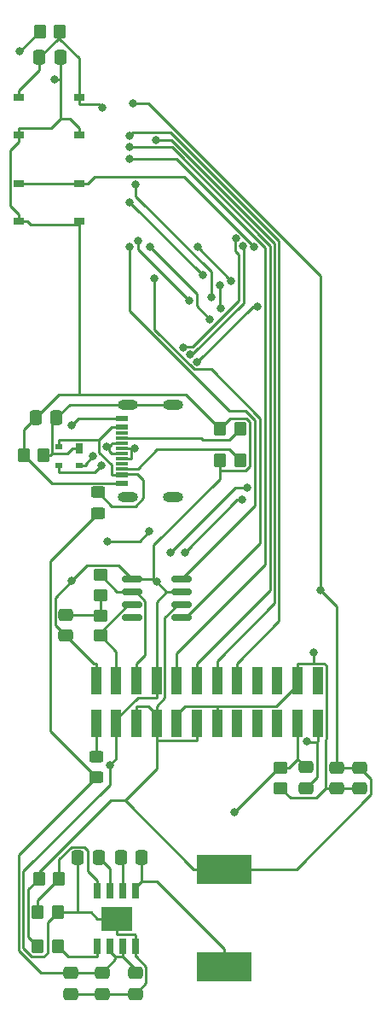
<source format=gbl>
G04 #@! TF.GenerationSoftware,KiCad,Pcbnew,7.0.10*
G04 #@! TF.CreationDate,2024-02-24T15:32:32-05:00*
G04 #@! TF.ProjectId,Bird3Controller,42697264-3343-46f6-9e74-726f6c6c6572,rev?*
G04 #@! TF.SameCoordinates,Original*
G04 #@! TF.FileFunction,Copper,L2,Bot*
G04 #@! TF.FilePolarity,Positive*
%FSLAX46Y46*%
G04 Gerber Fmt 4.6, Leading zero omitted, Abs format (unit mm)*
G04 Created by KiCad (PCBNEW 7.0.10) date 2024-02-24 15:32:32*
%MOMM*%
%LPD*%
G01*
G04 APERTURE LIST*
G04 Aperture macros list*
%AMRoundRect*
0 Rectangle with rounded corners*
0 $1 Rounding radius*
0 $2 $3 $4 $5 $6 $7 $8 $9 X,Y pos of 4 corners*
0 Add a 4 corners polygon primitive as box body*
4,1,4,$2,$3,$4,$5,$6,$7,$8,$9,$2,$3,0*
0 Add four circle primitives for the rounded corners*
1,1,$1+$1,$2,$3*
1,1,$1+$1,$4,$5*
1,1,$1+$1,$6,$7*
1,1,$1+$1,$8,$9*
0 Add four rect primitives between the rounded corners*
20,1,$1+$1,$2,$3,$4,$5,0*
20,1,$1+$1,$4,$5,$6,$7,0*
20,1,$1+$1,$6,$7,$8,$9,0*
20,1,$1+$1,$8,$9,$2,$3,0*%
G04 Aperture macros list end*
G04 #@! TA.AperFunction,SMDPad,CuDef*
%ADD10R,1.000000X0.700000*%
G04 #@! TD*
G04 #@! TA.AperFunction,SMDPad,CuDef*
%ADD11R,0.650000X1.525000*%
G04 #@! TD*
G04 #@! TA.AperFunction,SMDPad,CuDef*
%ADD12R,3.100000X2.400000*%
G04 #@! TD*
G04 #@! TA.AperFunction,SMDPad,CuDef*
%ADD13R,5.400000X2.900000*%
G04 #@! TD*
G04 #@! TA.AperFunction,SMDPad,CuDef*
%ADD14RoundRect,0.250000X0.350000X0.450000X-0.350000X0.450000X-0.350000X-0.450000X0.350000X-0.450000X0*%
G04 #@! TD*
G04 #@! TA.AperFunction,SMDPad,CuDef*
%ADD15RoundRect,0.250000X-0.450000X0.350000X-0.450000X-0.350000X0.450000X-0.350000X0.450000X0.350000X0*%
G04 #@! TD*
G04 #@! TA.AperFunction,SMDPad,CuDef*
%ADD16RoundRect,0.250000X0.450000X-0.325000X0.450000X0.325000X-0.450000X0.325000X-0.450000X-0.325000X0*%
G04 #@! TD*
G04 #@! TA.AperFunction,SMDPad,CuDef*
%ADD17RoundRect,0.250000X0.475000X-0.337500X0.475000X0.337500X-0.475000X0.337500X-0.475000X-0.337500X0*%
G04 #@! TD*
G04 #@! TA.AperFunction,SMDPad,CuDef*
%ADD18RoundRect,0.250000X-0.475000X0.337500X-0.475000X-0.337500X0.475000X-0.337500X0.475000X0.337500X0*%
G04 #@! TD*
G04 #@! TA.AperFunction,SMDPad,CuDef*
%ADD19RoundRect,0.250000X-0.337500X-0.475000X0.337500X-0.475000X0.337500X0.475000X-0.337500X0.475000X0*%
G04 #@! TD*
G04 #@! TA.AperFunction,SMDPad,CuDef*
%ADD20RoundRect,0.250000X0.337500X0.475000X-0.337500X0.475000X-0.337500X-0.475000X0.337500X-0.475000X0*%
G04 #@! TD*
G04 #@! TA.AperFunction,SMDPad,CuDef*
%ADD21RoundRect,0.150000X0.825000X0.150000X-0.825000X0.150000X-0.825000X-0.150000X0.825000X-0.150000X0*%
G04 #@! TD*
G04 #@! TA.AperFunction,SMDPad,CuDef*
%ADD22R,0.700000X1.000000*%
G04 #@! TD*
G04 #@! TA.AperFunction,SMDPad,CuDef*
%ADD23R,0.700000X0.600000*%
G04 #@! TD*
G04 #@! TA.AperFunction,SMDPad,CuDef*
%ADD24R,1.300000X0.590000*%
G04 #@! TD*
G04 #@! TA.AperFunction,SMDPad,CuDef*
%ADD25R,1.300000X0.298000*%
G04 #@! TD*
G04 #@! TA.AperFunction,ComponentPad*
%ADD26O,2.000000X1.000000*%
G04 #@! TD*
G04 #@! TA.AperFunction,SMDPad,CuDef*
%ADD27R,0.990600X2.743200*%
G04 #@! TD*
G04 #@! TA.AperFunction,ViaPad*
%ADD28C,0.800000*%
G04 #@! TD*
G04 #@! TA.AperFunction,Conductor*
%ADD29C,0.250000*%
G04 #@! TD*
G04 APERTURE END LIST*
D10*
X163800000Y-70200000D03*
X169800000Y-70200000D03*
X163800000Y-66500000D03*
X169800000Y-66500000D03*
D11*
X175410000Y-142062000D03*
X174140000Y-142062000D03*
X172870000Y-142062000D03*
X171600000Y-142062000D03*
X171600000Y-136638000D03*
X172870000Y-136638000D03*
X174140000Y-136638000D03*
X175410000Y-136638000D03*
D12*
X173505000Y-139350000D03*
D13*
X184200000Y-144150000D03*
X184200000Y-134450000D03*
D14*
X167700000Y-138700000D03*
X165700000Y-138700000D03*
X167800000Y-135400000D03*
X165800000Y-135400000D03*
X167700000Y-142100000D03*
X165700000Y-142100000D03*
D15*
X171900000Y-109300000D03*
X171900000Y-111300000D03*
X171900000Y-105300000D03*
X171900000Y-107300000D03*
D14*
X166300000Y-93400000D03*
X164300000Y-93400000D03*
X185800000Y-90800000D03*
X183800000Y-90800000D03*
X185800000Y-93900000D03*
X183800000Y-93900000D03*
X167900000Y-51400000D03*
X165900000Y-51400000D03*
D16*
X171700000Y-99150000D03*
X171700000Y-97100000D03*
X171500000Y-125325000D03*
X171500000Y-123275000D03*
D17*
X192337500Y-126437500D03*
X192337500Y-124362500D03*
D18*
X195400000Y-124400000D03*
X195400000Y-126475000D03*
D19*
X173962500Y-133300000D03*
X176037500Y-133300000D03*
D18*
X197700000Y-124400000D03*
X197700000Y-126475000D03*
D20*
X171737500Y-133300000D03*
X169662500Y-133300000D03*
D18*
X169000000Y-144725000D03*
X169000000Y-146800000D03*
X175400000Y-144725000D03*
X175400000Y-146800000D03*
X172100000Y-144725000D03*
X172100000Y-146800000D03*
X168500000Y-109225000D03*
X168500000Y-111300000D03*
D20*
X167537500Y-89700000D03*
X165462500Y-89700000D03*
X167937500Y-54000000D03*
X165862500Y-54000000D03*
D15*
X189800000Y-124400000D03*
X189800000Y-126400000D03*
D10*
X163800000Y-61650000D03*
X169800000Y-61650000D03*
X163800000Y-57950000D03*
X169800000Y-57950000D03*
D21*
X180000000Y-105690000D03*
X180000000Y-106960000D03*
X180000000Y-108230000D03*
X180000000Y-109500000D03*
X175050000Y-109500000D03*
X175050000Y-108230000D03*
X175050000Y-106960000D03*
X175050000Y-105690000D03*
D22*
X169800000Y-92750000D03*
D23*
X169800000Y-94450000D03*
X167800000Y-94450000D03*
X167800000Y-92550000D03*
D24*
X174045000Y-89790000D03*
X174045000Y-90590000D03*
D25*
X174045000Y-91740000D03*
X174045000Y-92740000D03*
X174045000Y-93240000D03*
X174045000Y-94240000D03*
D24*
X174045000Y-96190000D03*
X174045000Y-95390000D03*
D25*
X174045000Y-94740000D03*
X174045000Y-93740000D03*
X174045000Y-92240000D03*
X174045000Y-91240000D03*
D26*
X179105000Y-88380000D03*
X179105000Y-97600000D03*
X174605000Y-88380000D03*
X174605000Y-97600000D03*
D27*
X171499999Y-115739999D03*
X171499999Y-120000001D03*
X173500000Y-115739999D03*
X173500000Y-120000001D03*
X175499999Y-115739999D03*
X175499999Y-120000001D03*
X177500000Y-115739999D03*
X177500000Y-120000001D03*
X179499998Y-115739999D03*
X179499998Y-120000001D03*
X181499999Y-115739999D03*
X181499999Y-120000001D03*
X183500001Y-115739999D03*
X183500001Y-120000001D03*
X185499999Y-115739999D03*
X185499999Y-120000001D03*
X187500000Y-115739999D03*
X187500000Y-120000001D03*
X189499999Y-115739999D03*
X189499999Y-120000001D03*
X191500000Y-115739999D03*
X191500000Y-120000001D03*
X193499998Y-115739999D03*
X193499998Y-120000001D03*
D28*
X187195400Y-72738800D03*
X177273200Y-75906400D03*
X174824700Y-72782900D03*
X172077500Y-58920000D03*
X181565000Y-72785900D03*
X184892700Y-76113600D03*
X183751700Y-76559600D03*
X183863500Y-78861800D03*
X175428400Y-66563500D03*
X182912700Y-77794200D03*
X176846900Y-72749400D03*
X182803400Y-79925100D03*
X174811300Y-68322000D03*
X182076500Y-75587200D03*
X175646700Y-72161800D03*
X180772700Y-78116500D03*
X186001700Y-97828000D03*
X180300300Y-103031900D03*
X187550400Y-78655200D03*
X181525800Y-84180600D03*
X186082700Y-72662400D03*
X180858100Y-83431300D03*
X185374200Y-71953900D03*
X180131200Y-82741200D03*
X186505000Y-96616100D03*
X178879600Y-103044400D03*
X192464000Y-121767800D03*
X174823700Y-61756800D03*
X177479600Y-62140600D03*
X174823000Y-62891600D03*
X174827800Y-64026400D03*
X172601900Y-101976800D03*
X176798500Y-100982400D03*
X185219400Y-128846300D03*
X163892400Y-53407600D03*
X193750000Y-106775000D03*
X175153800Y-58548400D03*
X169091500Y-90424400D03*
X169091500Y-105869300D03*
X177506300Y-105975200D03*
X193094900Y-112962800D03*
X172837500Y-124157400D03*
X167361400Y-56162500D03*
X172043300Y-94393600D03*
X175296900Y-92764400D03*
X172551800Y-92555700D03*
X171185700Y-93540700D03*
D29*
X169800000Y-66500000D02*
X163800000Y-66500000D01*
X169800000Y-66500000D02*
X170626900Y-66500000D01*
X180275500Y-65818900D02*
X187195400Y-72738800D01*
X171308000Y-65818900D02*
X180275500Y-65818900D01*
X170626900Y-66500000D02*
X171308000Y-65818900D01*
X171900000Y-109225000D02*
X168500000Y-109225000D01*
X171900000Y-107300000D02*
X171900000Y-109225000D01*
X171900000Y-109225000D02*
X171900000Y-109300000D01*
X181965300Y-91740000D02*
X174045000Y-91740000D01*
X182088300Y-91863000D02*
X181965300Y-91740000D01*
X184737000Y-91863000D02*
X182088300Y-91863000D01*
X185800000Y-90800000D02*
X184737000Y-91863000D01*
X184200000Y-144150000D02*
X184200000Y-142373100D01*
X176037500Y-133300000D02*
X176037500Y-135656500D01*
X175410000Y-136284000D02*
X176037500Y-135656500D01*
X175410000Y-136638000D02*
X175410000Y-136284000D01*
X177483400Y-135656500D02*
X184200000Y-142373100D01*
X176037500Y-135656500D02*
X177483400Y-135656500D01*
X174140000Y-133477500D02*
X174140000Y-136638000D01*
X173962500Y-133300000D02*
X174140000Y-133477500D01*
X172870000Y-134432500D02*
X172870000Y-136638000D01*
X171737500Y-133300000D02*
X172870000Y-134432500D01*
X171600000Y-136638000D02*
X171600000Y-135548600D01*
X167800000Y-133483700D02*
X167800000Y-135400000D01*
X169041200Y-132242500D02*
X167800000Y-133483700D01*
X170291500Y-132242500D02*
X169041200Y-132242500D01*
X170700000Y-132651000D02*
X170291500Y-132242500D01*
X170700000Y-134648600D02*
X170700000Y-132651000D01*
X171600000Y-135548600D02*
X170700000Y-134648600D01*
X165700000Y-137500000D02*
X165700000Y-138700000D01*
X167800000Y-135400000D02*
X165700000Y-137500000D01*
X171600000Y-142062000D02*
X171600000Y-143151400D01*
X168751400Y-143151400D02*
X167700000Y-142100000D01*
X171600000Y-143151400D02*
X168751400Y-143151400D01*
X172870000Y-142062000D02*
X172870000Y-142606700D01*
X174140000Y-142062000D02*
X174140000Y-143151400D01*
X169000000Y-144725000D02*
X172100000Y-144725000D01*
X173414700Y-143410300D02*
X173414700Y-143151400D01*
X172100000Y-144725000D02*
X173414700Y-143410300D01*
X172870000Y-142606700D02*
X173414700Y-143151400D01*
X173414700Y-143151400D02*
X174140000Y-143151400D01*
X175400000Y-144411400D02*
X174140000Y-143151400D01*
X175400000Y-144725000D02*
X175400000Y-144411400D01*
X166971100Y-120796100D02*
X171500000Y-125325000D01*
X166971100Y-103878900D02*
X166971100Y-120796100D01*
X171700000Y-99150000D02*
X166971100Y-103878900D01*
X166048700Y-144725000D02*
X169000000Y-144725000D01*
X163820300Y-142496600D02*
X166048700Y-144725000D01*
X163820300Y-133004700D02*
X163820300Y-142496600D01*
X171500000Y-125325000D02*
X163820300Y-133004700D01*
X180397500Y-109500000D02*
X180000000Y-109500000D01*
X187775100Y-102122400D02*
X180397500Y-109500000D01*
X187775100Y-89773000D02*
X187775100Y-102122400D01*
X182909600Y-84907500D02*
X187775100Y-89773000D01*
X181224800Y-84907500D02*
X182909600Y-84907500D01*
X177273200Y-80955900D02*
X181224800Y-84907500D01*
X177273200Y-75906400D02*
X177273200Y-80955900D01*
X187275000Y-98415000D02*
X180000000Y-105690000D01*
X187275000Y-89962900D02*
X187275000Y-98415000D01*
X186343000Y-89030900D02*
X187275000Y-89962900D01*
X184709100Y-89030900D02*
X186343000Y-89030900D01*
X174824700Y-79146500D02*
X184709100Y-89030900D01*
X174824700Y-72782900D02*
X174824700Y-79146500D01*
X171784400Y-58626900D02*
X172077500Y-58920000D01*
X169800000Y-58626900D02*
X171784400Y-58626900D01*
X169800000Y-57950000D02*
X169800000Y-58626900D01*
X167900000Y-51400000D02*
X167900000Y-52164100D01*
X169800000Y-54064100D02*
X167900000Y-52164100D01*
X169800000Y-57950000D02*
X169800000Y-54064100D01*
X163800000Y-57950000D02*
X163800000Y-57273100D01*
X167698400Y-52164100D02*
X165862500Y-54000000D01*
X167900000Y-52164100D02*
X167698400Y-52164100D01*
X165862500Y-55210600D02*
X163800000Y-57273100D01*
X165862500Y-54000000D02*
X165862500Y-55210600D01*
X175633600Y-94740000D02*
X174045000Y-94740000D01*
X177548400Y-92825200D02*
X175633600Y-94740000D01*
X184725200Y-92825200D02*
X177548400Y-92825200D01*
X185800000Y-93900000D02*
X184725200Y-92825200D01*
X184892700Y-76113600D02*
X181565000Y-72785900D01*
X183751700Y-78750000D02*
X183863500Y-78861800D01*
X183751700Y-76559600D02*
X183751700Y-78750000D01*
X182912700Y-75211100D02*
X182912700Y-77794200D01*
X175428400Y-67726800D02*
X182912700Y-75211100D01*
X175428400Y-66563500D02*
X175428400Y-67726800D01*
X181499600Y-78621300D02*
X182803400Y-79925100D01*
X181499600Y-77402100D02*
X181499600Y-78621300D01*
X176846900Y-72749400D02*
X181499600Y-77402100D01*
X174811300Y-68322000D02*
X182076500Y-75587200D01*
X175646700Y-72990500D02*
X180772700Y-78116500D01*
X175646700Y-72161800D02*
X175646700Y-72990500D01*
X185504200Y-97828000D02*
X186001700Y-97828000D01*
X180300300Y-103031900D02*
X185504200Y-97828000D01*
X187051200Y-78655200D02*
X181525800Y-84180600D01*
X187550400Y-78655200D02*
X187051200Y-78655200D01*
X181019000Y-83431300D02*
X180858100Y-83431300D01*
X186126300Y-78324000D02*
X181019000Y-83431300D01*
X186126300Y-72706000D02*
X186126300Y-78324000D01*
X186082700Y-72662400D02*
X186126300Y-72706000D01*
X180168000Y-82704400D02*
X180131200Y-82741200D01*
X181064100Y-82704400D02*
X180168000Y-82704400D01*
X185661300Y-78107200D02*
X181064100Y-82704400D01*
X185661300Y-73507100D02*
X185661300Y-78107200D01*
X185305400Y-73151200D02*
X185661300Y-73507100D01*
X185305400Y-72022700D02*
X185305400Y-73151200D01*
X185374200Y-71953900D02*
X185305400Y-72022700D01*
X185307900Y-96616100D02*
X178879600Y-103044400D01*
X186505000Y-96616100D02*
X185307900Y-96616100D01*
X193439600Y-125335400D02*
X192337500Y-126437500D01*
X193439600Y-121836900D02*
X193439600Y-125335400D01*
X193500000Y-121776500D02*
X193439600Y-121836900D01*
X193500000Y-120000000D02*
X193500000Y-121776500D01*
X192533100Y-121836900D02*
X192464000Y-121767800D01*
X193439600Y-121836900D02*
X192533100Y-121836900D01*
X185500000Y-115740000D02*
X185500000Y-114041500D01*
X175189900Y-61390600D02*
X174823700Y-61756800D01*
X178863900Y-61390600D02*
X175189900Y-61390600D01*
X189673600Y-72200300D02*
X178863900Y-61390600D01*
X189673600Y-109867900D02*
X189673600Y-72200300D01*
X185500000Y-114041500D02*
X189673600Y-109867900D01*
X178973500Y-62140600D02*
X177479600Y-62140600D01*
X189217100Y-72384200D02*
X178973500Y-62140600D01*
X189217100Y-108073900D02*
X189217100Y-72384200D01*
X183500000Y-113791000D02*
X189217100Y-108073900D01*
X183500000Y-115740000D02*
X183500000Y-113791000D01*
X179016900Y-62891600D02*
X174823000Y-62891600D01*
X188760700Y-72635400D02*
X179016900Y-62891600D01*
X188760700Y-106780800D02*
X188760700Y-72635400D01*
X181500000Y-114041500D02*
X188760700Y-106780800D01*
X181500000Y-115740000D02*
X181500000Y-114041500D01*
X179500000Y-113096600D02*
X179500000Y-115740000D01*
X188304200Y-104292400D02*
X179500000Y-113096600D01*
X188304200Y-72818000D02*
X188304200Y-104292400D01*
X179512600Y-64026400D02*
X188304200Y-72818000D01*
X174827800Y-64026400D02*
X179512600Y-64026400D01*
X175500000Y-115740000D02*
X175500000Y-114041500D01*
X175457600Y-106960000D02*
X175050000Y-106960000D01*
X176352500Y-107854900D02*
X175457600Y-106960000D01*
X176352500Y-113189000D02*
X176352500Y-107854900D01*
X175500000Y-114041500D02*
X176352500Y-113189000D01*
X173560000Y-106960000D02*
X171900000Y-105300000D01*
X175050000Y-106960000D02*
X173560000Y-106960000D01*
X173500000Y-112900000D02*
X171900000Y-111300000D01*
X173500000Y-115740000D02*
X173500000Y-112900000D01*
X171900000Y-110996300D02*
X171900000Y-111300000D01*
X174666300Y-108230000D02*
X171900000Y-110996300D01*
X175050000Y-108230000D02*
X174666300Y-108230000D01*
X171500000Y-120000000D02*
X171500000Y-123275000D01*
X175804100Y-101976800D02*
X172601900Y-101976800D01*
X176798500Y-100982400D02*
X175804100Y-101976800D01*
X191500000Y-120000000D02*
X191500000Y-123525000D01*
X191500000Y-123525000D02*
X192337500Y-124362500D01*
X190625000Y-124400000D02*
X189800000Y-124400000D01*
X191500000Y-123525000D02*
X190625000Y-124400000D01*
X189665700Y-124400000D02*
X185219400Y-128846300D01*
X189800000Y-124400000D02*
X189665700Y-124400000D01*
X177500000Y-120000000D02*
X177500000Y-119150700D01*
X177500000Y-119150700D02*
X177500000Y-118301500D01*
X176650800Y-118301500D02*
X175500000Y-118301500D01*
X177500000Y-119150700D02*
X176650800Y-118301500D01*
X175500000Y-120000000D02*
X175500000Y-118301500D01*
X178322200Y-117479300D02*
X177500000Y-118301500D01*
X178322200Y-109521500D02*
X178322200Y-117479300D01*
X179613700Y-108230000D02*
X178322200Y-109521500D01*
X180000000Y-108230000D02*
X179613700Y-108230000D01*
X191379400Y-134450000D02*
X184200000Y-134450000D01*
X198795300Y-127034100D02*
X191379400Y-134450000D01*
X198795300Y-125495300D02*
X198795300Y-127034100D01*
X197700000Y-124400000D02*
X198795300Y-125495300D01*
X184200000Y-134450000D02*
X181173100Y-134450000D01*
X195400000Y-124400000D02*
X197700000Y-124400000D01*
X163892400Y-53407600D02*
X165900000Y-51400000D01*
X164748100Y-141148100D02*
X165700000Y-142100000D01*
X164748100Y-136451900D02*
X164748100Y-141148100D01*
X165800000Y-135400000D02*
X164748100Y-136451900D01*
X181500000Y-120000000D02*
X181500000Y-121698500D01*
X177500000Y-120000000D02*
X177500000Y-121698500D01*
X172940400Y-127628600D02*
X174351700Y-127628600D01*
X165800000Y-134769000D02*
X172940400Y-127628600D01*
X165800000Y-135400000D02*
X165800000Y-134769000D01*
X174351700Y-127628600D02*
X181173100Y-134450000D01*
X181500000Y-121698500D02*
X177500000Y-121698500D01*
X177500000Y-124480300D02*
X174351700Y-127628600D01*
X177500000Y-121698500D02*
X177500000Y-124480300D01*
X195400000Y-108425000D02*
X193750000Y-106775000D01*
X195400000Y-124400000D02*
X195400000Y-108425000D01*
X176695700Y-58548400D02*
X175153800Y-58548400D01*
X193750000Y-75602700D02*
X176695700Y-58548400D01*
X193750000Y-106775000D02*
X193750000Y-75602700D01*
X183500000Y-118303000D02*
X183500000Y-118301500D01*
X183500000Y-118414900D02*
X183500000Y-118303000D01*
X179500000Y-120000000D02*
X179500000Y-119150700D01*
X177500000Y-117437000D02*
X177500000Y-117438500D01*
X177500000Y-117325100D02*
X177500000Y-117437000D01*
X169800000Y-61650000D02*
X169800000Y-60973100D01*
X172100000Y-146800000D02*
X169000000Y-146800000D01*
X172100000Y-146800000D02*
X175400000Y-146800000D01*
X175491500Y-143151400D02*
X175410000Y-143151400D01*
X176457700Y-144117600D02*
X175491500Y-143151400D01*
X176457700Y-145742300D02*
X176457700Y-144117600D01*
X175400000Y-146800000D02*
X176457700Y-145742300D01*
X175410000Y-142062000D02*
X175410000Y-143151400D01*
X197700000Y-126475000D02*
X195400000Y-126475000D01*
X163800000Y-70200000D02*
X163800000Y-69523100D01*
X163800000Y-61650000D02*
X163800000Y-62326900D01*
X163800000Y-61650000D02*
X163800000Y-60973100D01*
X183500000Y-119207400D02*
X183500000Y-118414900D01*
X162973100Y-63153800D02*
X163800000Y-62326900D01*
X162973100Y-68696200D02*
X162973100Y-63153800D01*
X163800000Y-69523100D02*
X162973100Y-68696200D01*
X183500000Y-119207400D02*
X183500000Y-120000000D01*
X177500000Y-116475800D02*
X177500000Y-117325100D01*
X180349200Y-118301500D02*
X179500000Y-119150700D01*
X183500000Y-118301500D02*
X180349200Y-118301500D01*
X174045000Y-89790000D02*
X173068100Y-89790000D01*
X169800000Y-70200000D02*
X169800000Y-70538400D01*
X169800000Y-70538400D02*
X169800000Y-70876900D01*
X164965300Y-70538400D02*
X164626900Y-70200000D01*
X169800000Y-70538400D02*
X164965300Y-70538400D01*
X163800000Y-70200000D02*
X164626900Y-70200000D01*
X169800000Y-70876900D02*
X169800000Y-87414100D01*
X191500000Y-116151200D02*
X191500000Y-115740000D01*
X189349700Y-118301500D02*
X191500000Y-116151200D01*
X183500000Y-118301500D02*
X189349700Y-118301500D01*
X191500000Y-115740000D02*
X191500000Y-114041500D01*
X193392200Y-127403500D02*
X194320700Y-126475000D01*
X190803500Y-127403500D02*
X193392200Y-127403500D01*
X189800000Y-126400000D02*
X190803500Y-127403500D01*
X194320700Y-126475000D02*
X195400000Y-126475000D01*
X171241500Y-114041500D02*
X168500000Y-111300000D01*
X171500000Y-114041500D02*
X171241500Y-114041500D01*
X171500000Y-115740000D02*
X171500000Y-114041500D01*
X167426100Y-107534700D02*
X169091500Y-105869300D01*
X167426100Y-110226100D02*
X167426100Y-107534700D01*
X168500000Y-111300000D02*
X167426100Y-110226100D01*
X167748400Y-87414100D02*
X165462500Y-89700000D01*
X169800000Y-87414100D02*
X167748400Y-87414100D01*
X164300000Y-90862500D02*
X164300000Y-93400000D01*
X165462500Y-89700000D02*
X164300000Y-90862500D01*
X167090000Y-96190000D02*
X164300000Y-93400000D01*
X174045000Y-96190000D02*
X167090000Y-96190000D01*
X170601900Y-104358900D02*
X169091500Y-105869300D01*
X173718900Y-104358900D02*
X170601900Y-104358900D01*
X175050000Y-105690000D02*
X173718900Y-104358900D01*
X173500000Y-119588800D02*
X173500000Y-120000000D01*
X175650300Y-117438500D02*
X173500000Y-119588800D01*
X177500000Y-117438500D02*
X175650300Y-117438500D01*
X173500000Y-120000000D02*
X173500000Y-121698500D01*
X175314300Y-140876900D02*
X175410000Y-140972600D01*
X173505000Y-140876900D02*
X175314300Y-140876900D01*
X173505000Y-139350000D02*
X173505000Y-140876900D01*
X175410000Y-142062000D02*
X175410000Y-140972600D01*
X193094900Y-114041500D02*
X193094900Y-112962800D01*
X191500000Y-114041500D02*
X193094900Y-114041500D01*
X194320700Y-121592700D02*
X194320700Y-126475000D01*
X194348600Y-121564800D02*
X194320700Y-121592700D01*
X194348600Y-114242600D02*
X194348600Y-121564800D01*
X194147500Y-114041500D02*
X194348600Y-114242600D01*
X193094900Y-114041500D02*
X194147500Y-114041500D01*
X167700000Y-138700000D02*
X169662500Y-138700000D01*
X169662500Y-138700000D02*
X169662500Y-133300000D01*
X170978100Y-138700000D02*
X171628100Y-139350000D01*
X169662500Y-138700000D02*
X170978100Y-138700000D01*
X173505000Y-139350000D02*
X171628100Y-139350000D01*
X169725900Y-89790000D02*
X169091500Y-90424400D01*
X173068100Y-89790000D02*
X169725900Y-89790000D01*
X166700000Y-139700000D02*
X167700000Y-138700000D01*
X166700000Y-142759400D02*
X166700000Y-139700000D01*
X166305100Y-143154300D02*
X166700000Y-142759400D01*
X165117100Y-143154300D02*
X166305100Y-143154300D01*
X164272200Y-142309400D02*
X165117100Y-143154300D01*
X164272200Y-134632800D02*
X164272200Y-142309400D01*
X172837500Y-126067500D02*
X164272200Y-134632800D01*
X172837500Y-124157400D02*
X172837500Y-126067500D01*
X173500000Y-123494900D02*
X172837500Y-124157400D01*
X173500000Y-121698500D02*
X173500000Y-123494900D01*
X175050000Y-105690000D02*
X177221100Y-105690000D01*
X180414100Y-87414100D02*
X183800000Y-90800000D01*
X169800000Y-87414100D02*
X180414100Y-87414100D01*
X183800000Y-95764600D02*
X183800000Y-94964700D01*
X177221100Y-102343500D02*
X183800000Y-95764600D01*
X177221100Y-105690000D02*
X177221100Y-102343500D01*
X183800000Y-94964700D02*
X183800000Y-93900000D01*
X177221100Y-105690000D02*
X177506300Y-105975200D01*
X177500000Y-116475800D02*
X177500000Y-115740000D01*
X177500000Y-107951100D02*
X178491100Y-106960000D01*
X177500000Y-115740000D02*
X177500000Y-107951100D01*
X177506300Y-105975200D02*
X178491100Y-106960000D01*
X178491100Y-106960000D02*
X180000000Y-106960000D01*
X186352800Y-94964700D02*
X183800000Y-94964700D01*
X186778300Y-94539200D02*
X186352800Y-94964700D01*
X186778300Y-90156000D02*
X186778300Y-94539200D01*
X186382500Y-89760200D02*
X186778300Y-90156000D01*
X184839800Y-89760200D02*
X186382500Y-89760200D01*
X183800000Y-90800000D02*
X184839800Y-89760200D01*
X166999900Y-60973100D02*
X167937500Y-60035500D01*
X163800000Y-60973100D02*
X166999900Y-60973100D01*
X168862400Y-60035500D02*
X169800000Y-60973100D01*
X167937500Y-60035500D02*
X168862400Y-60035500D01*
X167937500Y-56162500D02*
X167361400Y-56162500D01*
X167937500Y-60035500D02*
X167937500Y-56162500D01*
X167937500Y-56162500D02*
X167937500Y-54000000D01*
X174045000Y-90590000D02*
X173068100Y-90590000D01*
X167800000Y-92550000D02*
X167800000Y-91923100D01*
X171802300Y-93121100D02*
X171802300Y-91923100D01*
X173068100Y-94386900D02*
X171802300Y-93121100D01*
X173068100Y-95390000D02*
X173068100Y-94386900D01*
X167800000Y-91923100D02*
X171802300Y-91923100D01*
X171802300Y-91855800D02*
X173068100Y-90590000D01*
X171802300Y-91923100D02*
X171802300Y-91855800D01*
X173916400Y-95390000D02*
X173068100Y-95390000D01*
X174045000Y-95390000D02*
X173916400Y-95390000D01*
X173058600Y-98458600D02*
X171700000Y-97100000D01*
X175425100Y-98458600D02*
X173058600Y-98458600D01*
X176191100Y-97692600D02*
X175425100Y-98458600D01*
X176191100Y-95877600D02*
X176191100Y-97692600D01*
X175566000Y-95252500D02*
X176191100Y-95877600D01*
X174182500Y-95252500D02*
X175566000Y-95252500D01*
X174045000Y-95390000D02*
X174182500Y-95252500D01*
X174045000Y-92740000D02*
X175021900Y-92740000D01*
X174045000Y-93740000D02*
X175021900Y-93740000D01*
X167800000Y-94450000D02*
X167800000Y-95076900D01*
X171360000Y-95076900D02*
X172043300Y-94393600D01*
X167800000Y-95076900D02*
X171360000Y-95076900D01*
X175021900Y-92764400D02*
X175296900Y-92764400D01*
X175021900Y-93740000D02*
X175021900Y-92764400D01*
X175021900Y-92764400D02*
X175021900Y-92740000D01*
X174045000Y-93240000D02*
X173068100Y-93240000D01*
X173068100Y-92298000D02*
X172810400Y-92555700D01*
X173068100Y-92240000D02*
X173068100Y-92298000D01*
X172810400Y-92982300D02*
X173068100Y-93240000D01*
X172810400Y-92555700D02*
X172810400Y-92982300D01*
X174045000Y-92240000D02*
X173068100Y-92240000D01*
X169800000Y-94450000D02*
X170476900Y-94450000D01*
X170476900Y-94249500D02*
X171185700Y-93540700D01*
X170476900Y-94450000D02*
X170476900Y-94249500D01*
X172810400Y-92555700D02*
X172551800Y-92555700D01*
X169800000Y-92750000D02*
X169123100Y-92750000D01*
X168635600Y-93237500D02*
X167069000Y-93237500D01*
X169123100Y-92750000D02*
X168635600Y-93237500D01*
X166906500Y-93400000D02*
X167069000Y-93237500D01*
X166300000Y-93400000D02*
X166906500Y-93400000D01*
X179105000Y-88380000D02*
X177778100Y-88380000D01*
X167069000Y-90168500D02*
X167069000Y-93237500D01*
X167537500Y-89700000D02*
X167069000Y-90168500D01*
X177778100Y-88380000D02*
X174605000Y-88380000D01*
X168857500Y-88380000D02*
X167537500Y-89700000D01*
X174605000Y-88380000D02*
X168857500Y-88380000D01*
M02*

</source>
